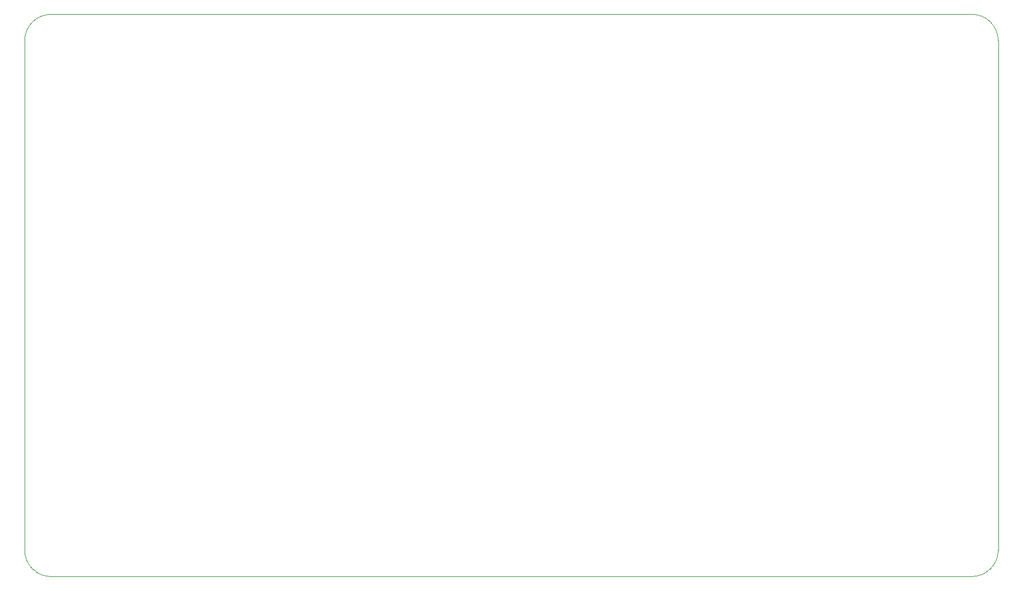
<source format=gbr>
%TF.GenerationSoftware,KiCad,Pcbnew,(6.0.5)*%
%TF.CreationDate,2022-08-06T22:36:06+10:00*%
%TF.ProjectId,glitcher,676c6974-6368-4657-922e-6b696361645f,rev?*%
%TF.SameCoordinates,Original*%
%TF.FileFunction,Profile,NP*%
%FSLAX46Y46*%
G04 Gerber Fmt 4.6, Leading zero omitted, Abs format (unit mm)*
G04 Created by KiCad (PCBNEW (6.0.5)) date 2022-08-06 22:36:06*
%MOMM*%
%LPD*%
G01*
G04 APERTURE LIST*
%TA.AperFunction,Profile*%
%ADD10C,0.100000*%
%TD*%
G04 APERTURE END LIST*
D10*
X85943242Y-71671946D02*
X85943242Y-145331946D01*
X222884880Y-149141980D02*
G75*
G03*
X226694880Y-145331946I-80J3810080D01*
G01*
X226694880Y-145331946D02*
X226694880Y-71671946D01*
X85943254Y-145331946D02*
G75*
G03*
X89753242Y-149141946I3809946J-54D01*
G01*
X222884880Y-67861946D02*
X89753242Y-67861946D01*
X226694854Y-71671946D02*
G75*
G03*
X222884880Y-67861946I-3809954J46D01*
G01*
X89753242Y-67861942D02*
G75*
G03*
X85943242Y-71671946I-142J-3809858D01*
G01*
X89753242Y-149141946D02*
X222884880Y-149141946D01*
M02*

</source>
